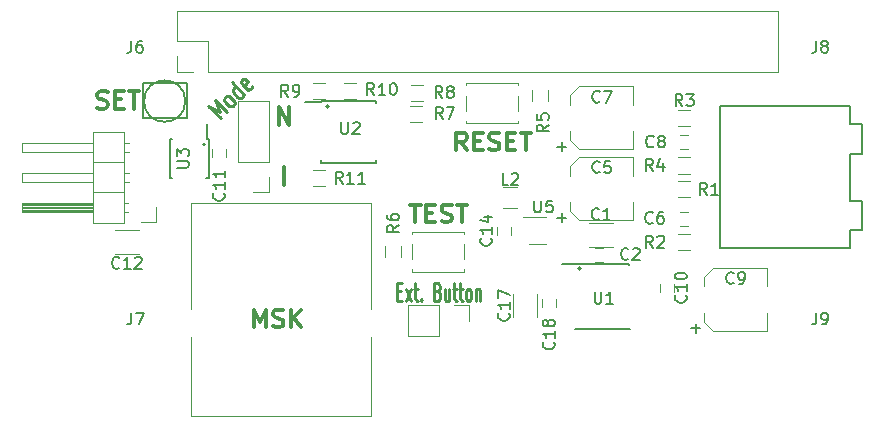
<source format=gto>
G04 #@! TF.FileFunction,Legend,Top*
%FSLAX46Y46*%
G04 Gerber Fmt 4.6, Leading zero omitted, Abs format (unit mm)*
G04 Created by KiCad (PCBNEW 4.0.7) date Tue Mar 13 19:37:47 2018*
%MOMM*%
%LPD*%
G01*
G04 APERTURE LIST*
%ADD10C,0.025400*%
%ADD11C,0.285750*%
%ADD12C,0.300000*%
%ADD13C,0.200000*%
%ADD14C,0.222250*%
%ADD15C,0.150000*%
%ADD16C,0.120000*%
G04 APERTURE END LIST*
D10*
D11*
X110247964Y-102515581D02*
X109187304Y-101454920D01*
X110214326Y-101943127D01*
X109726119Y-100916105D01*
X110786779Y-101976765D01*
X111287108Y-101476436D02*
X111159627Y-101502903D01*
X111070632Y-101490882D01*
X110931130Y-101428354D01*
X110628085Y-101125308D01*
X110565557Y-100985806D01*
X110553535Y-100896812D01*
X110580001Y-100769329D01*
X110695461Y-100653870D01*
X110822943Y-100627404D01*
X110911938Y-100639425D01*
X111051440Y-100701953D01*
X111354485Y-101004998D01*
X111417013Y-101144501D01*
X111429034Y-101233496D01*
X111402568Y-101360976D01*
X111287108Y-101476436D01*
X112249278Y-100514266D02*
X111188618Y-99453606D01*
X112198771Y-100463759D02*
X112172305Y-100591240D01*
X112018358Y-100745187D01*
X111890876Y-100771654D01*
X111801882Y-100759632D01*
X111662380Y-100697104D01*
X111359334Y-100394059D01*
X111296806Y-100254556D01*
X111284785Y-100165562D01*
X111311251Y-100038080D01*
X111465198Y-99884133D01*
X111592679Y-99857667D01*
X112891533Y-99770997D02*
X112865067Y-99898477D01*
X112711120Y-100052424D01*
X112583639Y-100078891D01*
X112444137Y-100016363D01*
X112040076Y-99612301D01*
X111977548Y-99472799D01*
X112004013Y-99345318D01*
X112157960Y-99191370D01*
X112285442Y-99164905D01*
X112424944Y-99227433D01*
X112525959Y-99328448D01*
X112242106Y-99814332D01*
D12*
X115636380Y-108123691D02*
X115636380Y-106623691D01*
X115182409Y-103069091D02*
X115182409Y-101569091D01*
X116039552Y-103069091D01*
X116039552Y-101569091D01*
D13*
X108909502Y-104727320D02*
G75*
G03X108909502Y-104727320I-80322J0D01*
G01*
D12*
X113048295Y-120193691D02*
X113048295Y-118693691D01*
X113548295Y-119765120D01*
X114048295Y-118693691D01*
X114048295Y-120193691D01*
X114691152Y-120122263D02*
X114905438Y-120193691D01*
X115262581Y-120193691D01*
X115405438Y-120122263D01*
X115476867Y-120050834D01*
X115548295Y-119907977D01*
X115548295Y-119765120D01*
X115476867Y-119622263D01*
X115405438Y-119550834D01*
X115262581Y-119479406D01*
X114976867Y-119407977D01*
X114834009Y-119336549D01*
X114762581Y-119265120D01*
X114691152Y-119122263D01*
X114691152Y-118979406D01*
X114762581Y-118836549D01*
X114834009Y-118765120D01*
X114976867Y-118693691D01*
X115334009Y-118693691D01*
X115548295Y-118765120D01*
X116191152Y-120193691D02*
X116191152Y-118693691D01*
X117048295Y-120193691D02*
X116405438Y-119336549D01*
X117048295Y-118693691D02*
X116191152Y-119550834D01*
X99810009Y-101622263D02*
X100024295Y-101693691D01*
X100381438Y-101693691D01*
X100524295Y-101622263D01*
X100595724Y-101550834D01*
X100667152Y-101407977D01*
X100667152Y-101265120D01*
X100595724Y-101122263D01*
X100524295Y-101050834D01*
X100381438Y-100979406D01*
X100095724Y-100907977D01*
X99952866Y-100836549D01*
X99881438Y-100765120D01*
X99810009Y-100622263D01*
X99810009Y-100479406D01*
X99881438Y-100336549D01*
X99952866Y-100265120D01*
X100095724Y-100193691D01*
X100452866Y-100193691D01*
X100667152Y-100265120D01*
X101310009Y-100907977D02*
X101810009Y-100907977D01*
X102024295Y-101693691D02*
X101310009Y-101693691D01*
X101310009Y-100193691D01*
X102024295Y-100193691D01*
X102452866Y-100193691D02*
X103310009Y-100193691D01*
X102881438Y-101693691D02*
X102881438Y-100193691D01*
D13*
X140762180Y-115197320D02*
G75*
G03X140762180Y-115197320I-127000J0D01*
G01*
X119426180Y-101481320D02*
G75*
G03X119426180Y-101481320I-127000J0D01*
G01*
D14*
X125203715Y-117167777D02*
X125500048Y-117167777D01*
X125627048Y-117953491D02*
X125203715Y-117953491D01*
X125203715Y-116453491D01*
X125627048Y-116453491D01*
X125923381Y-117953491D02*
X126389048Y-116953491D01*
X125923381Y-116953491D02*
X126389048Y-117953491D01*
X126600715Y-116953491D02*
X126939381Y-116953491D01*
X126727715Y-116453491D02*
X126727715Y-117739206D01*
X126770048Y-117882063D01*
X126854715Y-117953491D01*
X126939381Y-117953491D01*
X127235715Y-117810634D02*
X127278048Y-117882063D01*
X127235715Y-117953491D01*
X127193381Y-117882063D01*
X127235715Y-117810634D01*
X127235715Y-117953491D01*
X128632714Y-117167777D02*
X128759714Y-117239206D01*
X128802047Y-117310634D01*
X128844381Y-117453491D01*
X128844381Y-117667777D01*
X128802047Y-117810634D01*
X128759714Y-117882063D01*
X128675047Y-117953491D01*
X128336381Y-117953491D01*
X128336381Y-116453491D01*
X128632714Y-116453491D01*
X128717381Y-116524920D01*
X128759714Y-116596349D01*
X128802047Y-116739206D01*
X128802047Y-116882063D01*
X128759714Y-117024920D01*
X128717381Y-117096349D01*
X128632714Y-117167777D01*
X128336381Y-117167777D01*
X129606381Y-116953491D02*
X129606381Y-117953491D01*
X129225381Y-116953491D02*
X129225381Y-117739206D01*
X129267714Y-117882063D01*
X129352381Y-117953491D01*
X129479381Y-117953491D01*
X129564047Y-117882063D01*
X129606381Y-117810634D01*
X129902714Y-116953491D02*
X130241380Y-116953491D01*
X130029714Y-116453491D02*
X130029714Y-117739206D01*
X130072047Y-117882063D01*
X130156714Y-117953491D01*
X130241380Y-117953491D01*
X130410714Y-116953491D02*
X130749380Y-116953491D01*
X130537714Y-116453491D02*
X130537714Y-117739206D01*
X130580047Y-117882063D01*
X130664714Y-117953491D01*
X130749380Y-117953491D01*
X131172714Y-117953491D02*
X131088047Y-117882063D01*
X131045714Y-117810634D01*
X131003380Y-117667777D01*
X131003380Y-117239206D01*
X131045714Y-117096349D01*
X131088047Y-117024920D01*
X131172714Y-116953491D01*
X131299714Y-116953491D01*
X131384380Y-117024920D01*
X131426714Y-117096349D01*
X131469047Y-117239206D01*
X131469047Y-117667777D01*
X131426714Y-117810634D01*
X131384380Y-117882063D01*
X131299714Y-117953491D01*
X131172714Y-117953491D01*
X131850047Y-116953491D02*
X131850047Y-117953491D01*
X131850047Y-117096349D02*
X131892380Y-117024920D01*
X131977047Y-116953491D01*
X132104047Y-116953491D01*
X132188713Y-117024920D01*
X132231047Y-117167777D01*
X132231047Y-117953491D01*
D12*
X126304323Y-109803891D02*
X127161466Y-109803891D01*
X126732895Y-111303891D02*
X126732895Y-109803891D01*
X127661466Y-110518177D02*
X128161466Y-110518177D01*
X128375752Y-111303891D02*
X127661466Y-111303891D01*
X127661466Y-109803891D01*
X128375752Y-109803891D01*
X128947180Y-111232463D02*
X129161466Y-111303891D01*
X129518609Y-111303891D01*
X129661466Y-111232463D01*
X129732895Y-111161034D01*
X129804323Y-111018177D01*
X129804323Y-110875320D01*
X129732895Y-110732463D01*
X129661466Y-110661034D01*
X129518609Y-110589606D01*
X129232895Y-110518177D01*
X129090037Y-110446749D01*
X129018609Y-110375320D01*
X128947180Y-110232463D01*
X128947180Y-110089606D01*
X129018609Y-109946749D01*
X129090037Y-109875320D01*
X129232895Y-109803891D01*
X129590037Y-109803891D01*
X129804323Y-109875320D01*
X130232894Y-109803891D02*
X131090037Y-109803891D01*
X130661466Y-111303891D02*
X130661466Y-109803891D01*
X131060009Y-105207891D02*
X130560009Y-104493606D01*
X130202866Y-105207891D02*
X130202866Y-103707891D01*
X130774294Y-103707891D01*
X130917152Y-103779320D01*
X130988580Y-103850749D01*
X131060009Y-103993606D01*
X131060009Y-104207891D01*
X130988580Y-104350749D01*
X130917152Y-104422177D01*
X130774294Y-104493606D01*
X130202866Y-104493606D01*
X131702866Y-104422177D02*
X132202866Y-104422177D01*
X132417152Y-105207891D02*
X131702866Y-105207891D01*
X131702866Y-103707891D01*
X132417152Y-103707891D01*
X132988580Y-105136463D02*
X133202866Y-105207891D01*
X133560009Y-105207891D01*
X133702866Y-105136463D01*
X133774295Y-105065034D01*
X133845723Y-104922177D01*
X133845723Y-104779320D01*
X133774295Y-104636463D01*
X133702866Y-104565034D01*
X133560009Y-104493606D01*
X133274295Y-104422177D01*
X133131437Y-104350749D01*
X133060009Y-104279320D01*
X132988580Y-104136463D01*
X132988580Y-103993606D01*
X133060009Y-103850749D01*
X133131437Y-103779320D01*
X133274295Y-103707891D01*
X133631437Y-103707891D01*
X133845723Y-103779320D01*
X134488580Y-104422177D02*
X134988580Y-104422177D01*
X135202866Y-105207891D02*
X134488580Y-105207891D01*
X134488580Y-103707891D01*
X135202866Y-103707891D01*
X135631437Y-103707891D02*
X136488580Y-103707891D01*
X136060009Y-105207891D02*
X136060009Y-103707891D01*
D15*
X109259580Y-104246120D02*
X109084580Y-104246120D01*
X109259580Y-107596120D02*
X109009580Y-107596120D01*
X105909580Y-107596120D02*
X106159580Y-107596120D01*
X105909580Y-104246120D02*
X106159580Y-104246120D01*
X109259580Y-104246120D02*
X109259580Y-107596120D01*
X105909580Y-104246120D02*
X105909580Y-107596120D01*
X109084580Y-104246120D02*
X109084580Y-102996120D01*
D16*
X156513180Y-115174320D02*
X156513180Y-116724320D01*
X156513180Y-120504320D02*
X156513180Y-118954320D01*
X151173180Y-119744320D02*
X151173180Y-118954320D01*
X151173180Y-115934320D02*
X151173180Y-116724320D01*
X156513180Y-115174320D02*
X151933180Y-115174320D01*
X151933180Y-115174320D02*
X151173180Y-115934320D01*
X151173180Y-119744320D02*
X151933180Y-120504320D01*
X151933180Y-120504320D02*
X156513180Y-120504320D01*
X137052580Y-119367120D02*
X137052580Y-117367120D01*
X135012580Y-117367120D02*
X135012580Y-119367120D01*
D15*
X163500000Y-112000000D02*
X164000000Y-112000000D01*
X163500000Y-113500000D02*
X163500000Y-112000000D01*
X152500000Y-101500000D02*
X152500000Y-105500000D01*
X153000000Y-101500000D02*
X152500000Y-101500000D01*
X152500000Y-113500000D02*
X153000000Y-113500000D01*
X152500000Y-105500000D02*
X152500000Y-113500000D01*
X163500000Y-103000000D02*
X164500000Y-103000000D01*
X163500000Y-101500000D02*
X163500000Y-103000000D01*
X164000000Y-112000000D02*
X164500000Y-112000000D01*
X164500000Y-105500000D02*
X164500000Y-103000000D01*
X164500000Y-109500000D02*
X164500000Y-112000000D01*
X163500000Y-109500000D02*
X164500000Y-109500000D01*
X163500000Y-105500000D02*
X163500000Y-109500000D01*
X164500000Y-105500000D02*
X163500000Y-105500000D01*
X153000000Y-113500000D02*
X163500000Y-113500000D01*
X163500000Y-101500000D02*
X153000000Y-101500000D01*
D16*
X142636180Y-114654320D02*
X141936180Y-114654320D01*
X141936180Y-113454320D02*
X142636180Y-113454320D01*
X145170000Y-105810000D02*
X145170000Y-107360000D01*
X145170000Y-111140000D02*
X145170000Y-109590000D01*
X139830000Y-110380000D02*
X139830000Y-109590000D01*
X139830000Y-106570000D02*
X139830000Y-107360000D01*
X145170000Y-105810000D02*
X140590000Y-105810000D01*
X140590000Y-105810000D02*
X139830000Y-106570000D01*
X139830000Y-110380000D02*
X140590000Y-111140000D01*
X140590000Y-111140000D02*
X145170000Y-111140000D01*
X145170000Y-99810000D02*
X145170000Y-101360000D01*
X145170000Y-105140000D02*
X145170000Y-103590000D01*
X139830000Y-104380000D02*
X139830000Y-103590000D01*
X139830000Y-100570000D02*
X139830000Y-101360000D01*
X145170000Y-99810000D02*
X140590000Y-99810000D01*
X140590000Y-99810000D02*
X139830000Y-100570000D01*
X139830000Y-104380000D02*
X140590000Y-105140000D01*
X140590000Y-105140000D02*
X145170000Y-105140000D01*
X110724580Y-105063120D02*
X110724580Y-105763120D01*
X109524580Y-105763120D02*
X109524580Y-105063120D01*
X107750000Y-127720000D02*
X122990000Y-127720000D01*
X122990000Y-109690000D02*
X122980000Y-118680000D01*
X122990000Y-109690000D02*
X107750000Y-109690000D01*
X107750000Y-109690000D02*
X107750000Y-118690000D01*
X122980000Y-121020000D02*
X122990000Y-127720000D01*
X107750000Y-121010000D02*
X107750000Y-127720000D01*
X102060000Y-111370000D02*
X102060000Y-103630000D01*
X102060000Y-103630000D02*
X99400000Y-103630000D01*
X99400000Y-103630000D02*
X99400000Y-111370000D01*
X99400000Y-111370000D02*
X102060000Y-111370000D01*
X99400000Y-110420000D02*
X93400000Y-110420000D01*
X93400000Y-110420000D02*
X93400000Y-109660000D01*
X93400000Y-109660000D02*
X99400000Y-109660000D01*
X99400000Y-110360000D02*
X93400000Y-110360000D01*
X99400000Y-110240000D02*
X93400000Y-110240000D01*
X99400000Y-110120000D02*
X93400000Y-110120000D01*
X99400000Y-110000000D02*
X93400000Y-110000000D01*
X99400000Y-109880000D02*
X93400000Y-109880000D01*
X99400000Y-109760000D02*
X93400000Y-109760000D01*
X102390000Y-110420000D02*
X102060000Y-110420000D01*
X102390000Y-109660000D02*
X102060000Y-109660000D01*
X102060000Y-108770000D02*
X99400000Y-108770000D01*
X99400000Y-107880000D02*
X93400000Y-107880000D01*
X93400000Y-107880000D02*
X93400000Y-107120000D01*
X93400000Y-107120000D02*
X99400000Y-107120000D01*
X102457071Y-107880000D02*
X102060000Y-107880000D01*
X102457071Y-107120000D02*
X102060000Y-107120000D01*
X102060000Y-106230000D02*
X99400000Y-106230000D01*
X99400000Y-105340000D02*
X93400000Y-105340000D01*
X93400000Y-105340000D02*
X93400000Y-104580000D01*
X93400000Y-104580000D02*
X99400000Y-104580000D01*
X102457071Y-105340000D02*
X102060000Y-105340000D01*
X102457071Y-104580000D02*
X102060000Y-104580000D01*
X104770000Y-110040000D02*
X104770000Y-111310000D01*
X104770000Y-111310000D02*
X103500000Y-111310000D01*
X135362580Y-110103120D02*
X134162580Y-110103120D01*
X134162580Y-108343120D02*
X135362580Y-108343120D01*
X149000000Y-107820000D02*
X150000000Y-107820000D01*
X150000000Y-109180000D02*
X149000000Y-109180000D01*
X149000000Y-112320000D02*
X150000000Y-112320000D01*
X150000000Y-113680000D02*
X149000000Y-113680000D01*
X149000000Y-101820000D02*
X150000000Y-101820000D01*
X150000000Y-103180000D02*
X149000000Y-103180000D01*
X149000000Y-105820000D02*
X150000000Y-105820000D01*
X150000000Y-107180000D02*
X149000000Y-107180000D01*
X126292180Y-101436320D02*
X127292180Y-101436320D01*
X127292180Y-102796320D02*
X126292180Y-102796320D01*
X118037180Y-99531320D02*
X119037180Y-99531320D01*
X119037180Y-100891320D02*
X118037180Y-100891320D01*
X120704180Y-99531320D02*
X121704180Y-99531320D01*
X121704180Y-100891320D02*
X120704180Y-100891320D01*
X119037180Y-108257320D02*
X118037180Y-108257320D01*
X118037180Y-106897320D02*
X119037180Y-106897320D01*
D15*
X103625000Y-99500000D02*
X107375000Y-99500000D01*
X103625000Y-102500000D02*
X103625000Y-99500000D01*
X107375000Y-102500000D02*
X103625000Y-102500000D01*
X107375000Y-99500000D02*
X107375000Y-102500000D01*
X107250000Y-101050000D02*
G75*
G03X107250000Y-101050000I-1750000J0D01*
G01*
X144840180Y-114810320D02*
X144840180Y-114910320D01*
X144865180Y-120335320D02*
X144865180Y-120310320D01*
X140215180Y-120335320D02*
X140215180Y-120310320D01*
X139140180Y-114810320D02*
X144840180Y-114810320D01*
X140215180Y-120335320D02*
X144865180Y-120335320D01*
D16*
X157460000Y-98600000D02*
X157460000Y-93400000D01*
X109140000Y-98600000D02*
X157460000Y-98600000D01*
X106540000Y-93400000D02*
X157460000Y-93400000D01*
X109140000Y-98600000D02*
X109140000Y-96000000D01*
X109140000Y-96000000D02*
X106540000Y-96000000D01*
X106540000Y-96000000D02*
X106540000Y-93400000D01*
X107870000Y-98600000D02*
X106540000Y-98600000D01*
X106540000Y-98600000D02*
X106540000Y-97270000D01*
X126097180Y-118312320D02*
X126097180Y-120972320D01*
X128697180Y-118312320D02*
X126097180Y-118312320D01*
X128697180Y-120972320D02*
X126097180Y-120972320D01*
X128697180Y-118312320D02*
X128697180Y-120972320D01*
X129967180Y-118312320D02*
X131297180Y-118312320D01*
X131297180Y-118312320D02*
X131297180Y-119642320D01*
X137982580Y-100075120D02*
X137982580Y-101075120D01*
X136622580Y-101075120D02*
X136622580Y-100075120D01*
X125536580Y-113283120D02*
X125536580Y-114283120D01*
X124176580Y-114283120D02*
X124176580Y-113283120D01*
D15*
X118752180Y-101015320D02*
X118752180Y-101140320D01*
X123402180Y-101015320D02*
X123402180Y-101240320D01*
X123402180Y-106265320D02*
X123402180Y-106040320D01*
X118752180Y-106265320D02*
X118752180Y-106040320D01*
X118752180Y-101015320D02*
X123402180Y-101015320D01*
X118752180Y-106265320D02*
X123402180Y-106265320D01*
X118752180Y-101140320D02*
X117402180Y-101140320D01*
D16*
X126466580Y-115295120D02*
X126466580Y-115495120D01*
X126466580Y-113145120D02*
X126466580Y-114445120D01*
X126466580Y-112095120D02*
X126466580Y-112295120D01*
X130866580Y-112095120D02*
X126466580Y-112095120D01*
X130866580Y-112295120D02*
X130866580Y-112095120D01*
X130866580Y-114445120D02*
X130866580Y-113145120D01*
X130866580Y-115495120D02*
X130866580Y-115295120D01*
X126466580Y-115495120D02*
X130866580Y-115495120D01*
X135438580Y-99727320D02*
X135438580Y-99527320D01*
X135438580Y-101877320D02*
X135438580Y-100577320D01*
X135438580Y-102927320D02*
X135438580Y-102727320D01*
X131038580Y-102927320D02*
X135438580Y-102927320D01*
X131038580Y-102727320D02*
X131038580Y-102927320D01*
X131038580Y-100577320D02*
X131038580Y-101877320D01*
X131038580Y-99527320D02*
X131038580Y-99727320D01*
X135438580Y-99527320D02*
X131038580Y-99527320D01*
X134854580Y-111667120D02*
X134854580Y-112367120D01*
X133654580Y-112367120D02*
X133654580Y-111667120D01*
X137464580Y-118463120D02*
X137464580Y-117763120D01*
X138664580Y-117763120D02*
X138664580Y-118463120D01*
X114342580Y-101035120D02*
X111682580Y-101035120D01*
X114342580Y-106175120D02*
X114342580Y-101035120D01*
X111682580Y-106175120D02*
X111682580Y-101035120D01*
X114342580Y-106175120D02*
X111682580Y-106175120D01*
X114342580Y-107445120D02*
X114342580Y-108775120D01*
X114342580Y-108775120D02*
X113012580Y-108775120D01*
X127388580Y-101013120D02*
X126388580Y-101013120D01*
X126388580Y-99653120D02*
X127388580Y-99653120D01*
X137748580Y-110857120D02*
X135848580Y-110857120D01*
X136348580Y-113177120D02*
X137748580Y-113177120D01*
X143437180Y-111383320D02*
X141437180Y-111383320D01*
X141437180Y-113423320D02*
X143437180Y-113423320D01*
X103301380Y-111962320D02*
X101301380Y-111962320D01*
X101301380Y-114002320D02*
X103301380Y-114002320D01*
X149850000Y-111600000D02*
X149150000Y-111600000D01*
X149150000Y-110400000D02*
X149850000Y-110400000D01*
X149850000Y-105100000D02*
X149150000Y-105100000D01*
X149150000Y-103900000D02*
X149850000Y-103900000D01*
X148601180Y-116510320D02*
X148601180Y-117210320D01*
X147401180Y-117210320D02*
X147401180Y-116510320D01*
D15*
X106528961Y-106683025D02*
X107338485Y-106683025D01*
X107433723Y-106635406D01*
X107481342Y-106587787D01*
X107528961Y-106492549D01*
X107528961Y-106302072D01*
X107481342Y-106206834D01*
X107433723Y-106159215D01*
X107338485Y-106111596D01*
X106528961Y-106111596D01*
X106528961Y-105730644D02*
X106528961Y-105111596D01*
X106909913Y-105444930D01*
X106909913Y-105302072D01*
X106957532Y-105206834D01*
X107005151Y-105159215D01*
X107100390Y-105111596D01*
X107338485Y-105111596D01*
X107433723Y-105159215D01*
X107481342Y-105206834D01*
X107528961Y-105302072D01*
X107528961Y-105587787D01*
X107481342Y-105683025D01*
X107433723Y-105730644D01*
X153676514Y-116443463D02*
X153628895Y-116491082D01*
X153486038Y-116538701D01*
X153390800Y-116538701D01*
X153247942Y-116491082D01*
X153152704Y-116395844D01*
X153105085Y-116300606D01*
X153057466Y-116110130D01*
X153057466Y-115967272D01*
X153105085Y-115776796D01*
X153152704Y-115681558D01*
X153247942Y-115586320D01*
X153390800Y-115538701D01*
X153486038Y-115538701D01*
X153628895Y-115586320D01*
X153676514Y-115633939D01*
X154152704Y-116538701D02*
X154343180Y-116538701D01*
X154438419Y-116491082D01*
X154486038Y-116443463D01*
X154581276Y-116300606D01*
X154628895Y-116110130D01*
X154628895Y-115729177D01*
X154581276Y-115633939D01*
X154533657Y-115586320D01*
X154438419Y-115538701D01*
X154247942Y-115538701D01*
X154152704Y-115586320D01*
X154105085Y-115633939D01*
X154057466Y-115729177D01*
X154057466Y-115967272D01*
X154105085Y-116062510D01*
X154152704Y-116110130D01*
X154247942Y-116157749D01*
X154438419Y-116157749D01*
X154533657Y-116110130D01*
X154581276Y-116062510D01*
X154628895Y-115967272D01*
X150082228Y-120275749D02*
X150844133Y-120275749D01*
X150463181Y-120656701D02*
X150463181Y-119894796D01*
X134611723Y-119009977D02*
X134659342Y-119057596D01*
X134706961Y-119200453D01*
X134706961Y-119295691D01*
X134659342Y-119438549D01*
X134564104Y-119533787D01*
X134468866Y-119581406D01*
X134278390Y-119629025D01*
X134135532Y-119629025D01*
X133945056Y-119581406D01*
X133849818Y-119533787D01*
X133754580Y-119438549D01*
X133706961Y-119295691D01*
X133706961Y-119200453D01*
X133754580Y-119057596D01*
X133802199Y-119009977D01*
X134706961Y-118057596D02*
X134706961Y-118629025D01*
X134706961Y-118343311D02*
X133706961Y-118343311D01*
X133849818Y-118438549D01*
X133945056Y-118533787D01*
X133992675Y-118629025D01*
X133706961Y-117724263D02*
X133706961Y-117057596D01*
X134706961Y-117486168D01*
X144755914Y-114406263D02*
X144708295Y-114453882D01*
X144565438Y-114501501D01*
X144470200Y-114501501D01*
X144327342Y-114453882D01*
X144232104Y-114358644D01*
X144184485Y-114263406D01*
X144136866Y-114072930D01*
X144136866Y-113930072D01*
X144184485Y-113739596D01*
X144232104Y-113644358D01*
X144327342Y-113549120D01*
X144470200Y-113501501D01*
X144565438Y-113501501D01*
X144708295Y-113549120D01*
X144755914Y-113596739D01*
X145136866Y-113596739D02*
X145184485Y-113549120D01*
X145279723Y-113501501D01*
X145517819Y-113501501D01*
X145613057Y-113549120D01*
X145660676Y-113596739D01*
X145708295Y-113691977D01*
X145708295Y-113787215D01*
X145660676Y-113930072D01*
X145089247Y-114501501D01*
X145708295Y-114501501D01*
X142333334Y-107045463D02*
X142285715Y-107093082D01*
X142142858Y-107140701D01*
X142047620Y-107140701D01*
X141904762Y-107093082D01*
X141809524Y-106997844D01*
X141761905Y-106902606D01*
X141714286Y-106712130D01*
X141714286Y-106569272D01*
X141761905Y-106378796D01*
X141809524Y-106283558D01*
X141904762Y-106188320D01*
X142047620Y-106140701D01*
X142142858Y-106140701D01*
X142285715Y-106188320D01*
X142333334Y-106235939D01*
X143238096Y-106140701D02*
X142761905Y-106140701D01*
X142714286Y-106616891D01*
X142761905Y-106569272D01*
X142857143Y-106521653D01*
X143095239Y-106521653D01*
X143190477Y-106569272D01*
X143238096Y-106616891D01*
X143285715Y-106712130D01*
X143285715Y-106950225D01*
X143238096Y-107045463D01*
X143190477Y-107093082D01*
X143095239Y-107140701D01*
X142857143Y-107140701D01*
X142761905Y-107093082D01*
X142714286Y-107045463D01*
X138739048Y-110911429D02*
X139500953Y-110911429D01*
X139120001Y-111292381D02*
X139120001Y-110530476D01*
X142333334Y-101076463D02*
X142285715Y-101124082D01*
X142142858Y-101171701D01*
X142047620Y-101171701D01*
X141904762Y-101124082D01*
X141809524Y-101028844D01*
X141761905Y-100933606D01*
X141714286Y-100743130D01*
X141714286Y-100600272D01*
X141761905Y-100409796D01*
X141809524Y-100314558D01*
X141904762Y-100219320D01*
X142047620Y-100171701D01*
X142142858Y-100171701D01*
X142285715Y-100219320D01*
X142333334Y-100266939D01*
X142666667Y-100171701D02*
X143333334Y-100171701D01*
X142904762Y-101171701D01*
X138739048Y-104911429D02*
X139500953Y-104911429D01*
X139120001Y-105292381D02*
X139120001Y-104530476D01*
X110481723Y-108849977D02*
X110529342Y-108897596D01*
X110576961Y-109040453D01*
X110576961Y-109135691D01*
X110529342Y-109278549D01*
X110434104Y-109373787D01*
X110338866Y-109421406D01*
X110148390Y-109469025D01*
X110005532Y-109469025D01*
X109815056Y-109421406D01*
X109719818Y-109373787D01*
X109624580Y-109278549D01*
X109576961Y-109135691D01*
X109576961Y-109040453D01*
X109624580Y-108897596D01*
X109672199Y-108849977D01*
X110576961Y-107897596D02*
X110576961Y-108469025D01*
X110576961Y-108183311D02*
X109576961Y-108183311D01*
X109719818Y-108278549D01*
X109815056Y-108373787D01*
X109862675Y-108469025D01*
X110576961Y-106945215D02*
X110576961Y-107516644D01*
X110576961Y-107230930D02*
X109576961Y-107230930D01*
X109719818Y-107326168D01*
X109815056Y-107421406D01*
X109862675Y-107516644D01*
X134595914Y-108151501D02*
X134119723Y-108151501D01*
X134119723Y-107151501D01*
X134881628Y-107246739D02*
X134929247Y-107199120D01*
X135024485Y-107151501D01*
X135262581Y-107151501D01*
X135357819Y-107199120D01*
X135405438Y-107246739D01*
X135453057Y-107341977D01*
X135453057Y-107437215D01*
X135405438Y-107580072D01*
X134834009Y-108151501D01*
X135453057Y-108151501D01*
X151410714Y-108967501D02*
X151077380Y-108491310D01*
X150839285Y-108967501D02*
X150839285Y-107967501D01*
X151220238Y-107967501D01*
X151315476Y-108015120D01*
X151363095Y-108062739D01*
X151410714Y-108157977D01*
X151410714Y-108300834D01*
X151363095Y-108396072D01*
X151315476Y-108443691D01*
X151220238Y-108491310D01*
X150839285Y-108491310D01*
X152363095Y-108967501D02*
X151791666Y-108967501D01*
X152077380Y-108967501D02*
X152077380Y-107967501D01*
X151982142Y-108110358D01*
X151886904Y-108205596D01*
X151791666Y-108253215D01*
X146833334Y-113452381D02*
X146500000Y-112976190D01*
X146261905Y-113452381D02*
X146261905Y-112452381D01*
X146642858Y-112452381D01*
X146738096Y-112500000D01*
X146785715Y-112547619D01*
X146833334Y-112642857D01*
X146833334Y-112785714D01*
X146785715Y-112880952D01*
X146738096Y-112928571D01*
X146642858Y-112976190D01*
X146261905Y-112976190D01*
X147214286Y-112547619D02*
X147261905Y-112500000D01*
X147357143Y-112452381D01*
X147595239Y-112452381D01*
X147690477Y-112500000D01*
X147738096Y-112547619D01*
X147785715Y-112642857D01*
X147785715Y-112738095D01*
X147738096Y-112880952D01*
X147166667Y-113452381D01*
X147785715Y-113452381D01*
X149333334Y-101452381D02*
X149000000Y-100976190D01*
X148761905Y-101452381D02*
X148761905Y-100452381D01*
X149142858Y-100452381D01*
X149238096Y-100500000D01*
X149285715Y-100547619D01*
X149333334Y-100642857D01*
X149333334Y-100785714D01*
X149285715Y-100880952D01*
X149238096Y-100928571D01*
X149142858Y-100976190D01*
X148761905Y-100976190D01*
X149666667Y-100452381D02*
X150285715Y-100452381D01*
X149952381Y-100833333D01*
X150095239Y-100833333D01*
X150190477Y-100880952D01*
X150238096Y-100928571D01*
X150285715Y-101023810D01*
X150285715Y-101261905D01*
X150238096Y-101357143D01*
X150190477Y-101404762D01*
X150095239Y-101452381D01*
X149809524Y-101452381D01*
X149714286Y-101404762D01*
X149666667Y-101357143D01*
X146833334Y-106952381D02*
X146500000Y-106476190D01*
X146261905Y-106952381D02*
X146261905Y-105952381D01*
X146642858Y-105952381D01*
X146738096Y-106000000D01*
X146785715Y-106047619D01*
X146833334Y-106142857D01*
X146833334Y-106285714D01*
X146785715Y-106380952D01*
X146738096Y-106428571D01*
X146642858Y-106476190D01*
X146261905Y-106476190D01*
X147690477Y-106285714D02*
X147690477Y-106952381D01*
X147452381Y-105904762D02*
X147214286Y-106619048D01*
X147833334Y-106619048D01*
X129038514Y-102568701D02*
X128705180Y-102092510D01*
X128467085Y-102568701D02*
X128467085Y-101568701D01*
X128848038Y-101568701D01*
X128943276Y-101616320D01*
X128990895Y-101663939D01*
X129038514Y-101759177D01*
X129038514Y-101902034D01*
X128990895Y-101997272D01*
X128943276Y-102044891D01*
X128848038Y-102092510D01*
X128467085Y-102092510D01*
X129371847Y-101568701D02*
X130038514Y-101568701D01*
X129609942Y-102568701D01*
X115957514Y-100663701D02*
X115624180Y-100187510D01*
X115386085Y-100663701D02*
X115386085Y-99663701D01*
X115767038Y-99663701D01*
X115862276Y-99711320D01*
X115909895Y-99758939D01*
X115957514Y-99854177D01*
X115957514Y-99997034D01*
X115909895Y-100092272D01*
X115862276Y-100139891D01*
X115767038Y-100187510D01*
X115386085Y-100187510D01*
X116433704Y-100663701D02*
X116624180Y-100663701D01*
X116719419Y-100616082D01*
X116767038Y-100568463D01*
X116862276Y-100425606D01*
X116909895Y-100235130D01*
X116909895Y-99854177D01*
X116862276Y-99758939D01*
X116814657Y-99711320D01*
X116719419Y-99663701D01*
X116528942Y-99663701D01*
X116433704Y-99711320D01*
X116386085Y-99758939D01*
X116338466Y-99854177D01*
X116338466Y-100092272D01*
X116386085Y-100187510D01*
X116433704Y-100235130D01*
X116528942Y-100282749D01*
X116719419Y-100282749D01*
X116814657Y-100235130D01*
X116862276Y-100187510D01*
X116909895Y-100092272D01*
X123228323Y-100536701D02*
X122894989Y-100060510D01*
X122656894Y-100536701D02*
X122656894Y-99536701D01*
X123037847Y-99536701D01*
X123133085Y-99584320D01*
X123180704Y-99631939D01*
X123228323Y-99727177D01*
X123228323Y-99870034D01*
X123180704Y-99965272D01*
X123133085Y-100012891D01*
X123037847Y-100060510D01*
X122656894Y-100060510D01*
X124180704Y-100536701D02*
X123609275Y-100536701D01*
X123894989Y-100536701D02*
X123894989Y-99536701D01*
X123799751Y-99679558D01*
X123704513Y-99774796D01*
X123609275Y-99822415D01*
X124799751Y-99536701D02*
X124894990Y-99536701D01*
X124990228Y-99584320D01*
X125037847Y-99631939D01*
X125085466Y-99727177D01*
X125133085Y-99917653D01*
X125133085Y-100155749D01*
X125085466Y-100346225D01*
X125037847Y-100441463D01*
X124990228Y-100489082D01*
X124894990Y-100536701D01*
X124799751Y-100536701D01*
X124704513Y-100489082D01*
X124656894Y-100441463D01*
X124609275Y-100346225D01*
X124561656Y-100155749D01*
X124561656Y-99917653D01*
X124609275Y-99727177D01*
X124656894Y-99631939D01*
X124704513Y-99584320D01*
X124799751Y-99536701D01*
X120561323Y-108029701D02*
X120227989Y-107553510D01*
X119989894Y-108029701D02*
X119989894Y-107029701D01*
X120370847Y-107029701D01*
X120466085Y-107077320D01*
X120513704Y-107124939D01*
X120561323Y-107220177D01*
X120561323Y-107363034D01*
X120513704Y-107458272D01*
X120466085Y-107505891D01*
X120370847Y-107553510D01*
X119989894Y-107553510D01*
X121513704Y-108029701D02*
X120942275Y-108029701D01*
X121227989Y-108029701D02*
X121227989Y-107029701D01*
X121132751Y-107172558D01*
X121037513Y-107267796D01*
X120942275Y-107315415D01*
X122466085Y-108029701D02*
X121894656Y-108029701D01*
X122180370Y-108029701D02*
X122180370Y-107029701D01*
X122085132Y-107172558D01*
X121989894Y-107267796D01*
X121894656Y-107315415D01*
X141905275Y-117189701D02*
X141905275Y-117999225D01*
X141952894Y-118094463D01*
X142000513Y-118142082D01*
X142095751Y-118189701D01*
X142286228Y-118189701D01*
X142381466Y-118142082D01*
X142429085Y-118094463D01*
X142476704Y-117999225D01*
X142476704Y-117189701D01*
X143476704Y-118189701D02*
X142905275Y-118189701D01*
X143190989Y-118189701D02*
X143190989Y-117189701D01*
X143095751Y-117332558D01*
X143000513Y-117427796D01*
X142905275Y-117475415D01*
X138008961Y-103039786D02*
X137532770Y-103373120D01*
X138008961Y-103611215D02*
X137008961Y-103611215D01*
X137008961Y-103230262D01*
X137056580Y-103135024D01*
X137104199Y-103087405D01*
X137199437Y-103039786D01*
X137342294Y-103039786D01*
X137437532Y-103087405D01*
X137485151Y-103135024D01*
X137532770Y-103230262D01*
X137532770Y-103611215D01*
X137008961Y-102135024D02*
X137008961Y-102611215D01*
X137485151Y-102658834D01*
X137437532Y-102611215D01*
X137389913Y-102515977D01*
X137389913Y-102277881D01*
X137437532Y-102182643D01*
X137485151Y-102135024D01*
X137580390Y-102087405D01*
X137818485Y-102087405D01*
X137913723Y-102135024D01*
X137961342Y-102182643D01*
X138008961Y-102277881D01*
X138008961Y-102515977D01*
X137961342Y-102611215D01*
X137913723Y-102658834D01*
X125308961Y-111536786D02*
X124832770Y-111870120D01*
X125308961Y-112108215D02*
X124308961Y-112108215D01*
X124308961Y-111727262D01*
X124356580Y-111632024D01*
X124404199Y-111584405D01*
X124499437Y-111536786D01*
X124642294Y-111536786D01*
X124737532Y-111584405D01*
X124785151Y-111632024D01*
X124832770Y-111727262D01*
X124832770Y-112108215D01*
X124308961Y-110679643D02*
X124308961Y-110870120D01*
X124356580Y-110965358D01*
X124404199Y-111012977D01*
X124547056Y-111108215D01*
X124737532Y-111155834D01*
X125118485Y-111155834D01*
X125213723Y-111108215D01*
X125261342Y-111060596D01*
X125308961Y-110965358D01*
X125308961Y-110774881D01*
X125261342Y-110679643D01*
X125213723Y-110632024D01*
X125118485Y-110584405D01*
X124880390Y-110584405D01*
X124785151Y-110632024D01*
X124737532Y-110679643D01*
X124689913Y-110774881D01*
X124689913Y-110965358D01*
X124737532Y-111060596D01*
X124785151Y-111108215D01*
X124880390Y-111155834D01*
X120442275Y-102838701D02*
X120442275Y-103648225D01*
X120489894Y-103743463D01*
X120537513Y-103791082D01*
X120632751Y-103838701D01*
X120823228Y-103838701D01*
X120918466Y-103791082D01*
X120966085Y-103743463D01*
X121013704Y-103648225D01*
X121013704Y-102838701D01*
X121442275Y-102933939D02*
X121489894Y-102886320D01*
X121585132Y-102838701D01*
X121823228Y-102838701D01*
X121918466Y-102886320D01*
X121966085Y-102933939D01*
X122013704Y-103029177D01*
X122013704Y-103124415D01*
X121966085Y-103267272D01*
X121394656Y-103838701D01*
X122013704Y-103838701D01*
X133111723Y-112659977D02*
X133159342Y-112707596D01*
X133206961Y-112850453D01*
X133206961Y-112945691D01*
X133159342Y-113088549D01*
X133064104Y-113183787D01*
X132968866Y-113231406D01*
X132778390Y-113279025D01*
X132635532Y-113279025D01*
X132445056Y-113231406D01*
X132349818Y-113183787D01*
X132254580Y-113088549D01*
X132206961Y-112945691D01*
X132206961Y-112850453D01*
X132254580Y-112707596D01*
X132302199Y-112659977D01*
X133206961Y-111707596D02*
X133206961Y-112279025D01*
X133206961Y-111993311D02*
X132206961Y-111993311D01*
X132349818Y-112088549D01*
X132445056Y-112183787D01*
X132492675Y-112279025D01*
X132540294Y-110850453D02*
X133206961Y-110850453D01*
X132159342Y-111088549D02*
X132873628Y-111326644D01*
X132873628Y-110707596D01*
X138421723Y-121448377D02*
X138469342Y-121495996D01*
X138516961Y-121638853D01*
X138516961Y-121734091D01*
X138469342Y-121876949D01*
X138374104Y-121972187D01*
X138278866Y-122019806D01*
X138088390Y-122067425D01*
X137945532Y-122067425D01*
X137755056Y-122019806D01*
X137659818Y-121972187D01*
X137564580Y-121876949D01*
X137516961Y-121734091D01*
X137516961Y-121638853D01*
X137564580Y-121495996D01*
X137612199Y-121448377D01*
X138516961Y-120495996D02*
X138516961Y-121067425D01*
X138516961Y-120781711D02*
X137516961Y-120781711D01*
X137659818Y-120876949D01*
X137755056Y-120972187D01*
X137802675Y-121067425D01*
X137945532Y-119924568D02*
X137897913Y-120019806D01*
X137850294Y-120067425D01*
X137755056Y-120115044D01*
X137707437Y-120115044D01*
X137612199Y-120067425D01*
X137564580Y-120019806D01*
X137516961Y-119924568D01*
X137516961Y-119734091D01*
X137564580Y-119638853D01*
X137612199Y-119591234D01*
X137707437Y-119543615D01*
X137755056Y-119543615D01*
X137850294Y-119591234D01*
X137897913Y-119638853D01*
X137945532Y-119734091D01*
X137945532Y-119924568D01*
X137993151Y-120019806D01*
X138040770Y-120067425D01*
X138136009Y-120115044D01*
X138326485Y-120115044D01*
X138421723Y-120067425D01*
X138469342Y-120019806D01*
X138516961Y-119924568D01*
X138516961Y-119734091D01*
X138469342Y-119638853D01*
X138421723Y-119591234D01*
X138326485Y-119543615D01*
X138136009Y-119543615D01*
X138040770Y-119591234D01*
X137993151Y-119638853D01*
X137945532Y-119734091D01*
X129007914Y-100785501D02*
X128674580Y-100309310D01*
X128436485Y-100785501D02*
X128436485Y-99785501D01*
X128817438Y-99785501D01*
X128912676Y-99833120D01*
X128960295Y-99880739D01*
X129007914Y-99975977D01*
X129007914Y-100118834D01*
X128960295Y-100214072D01*
X128912676Y-100261691D01*
X128817438Y-100309310D01*
X128436485Y-100309310D01*
X129579342Y-100214072D02*
X129484104Y-100166453D01*
X129436485Y-100118834D01*
X129388866Y-100023596D01*
X129388866Y-99975977D01*
X129436485Y-99880739D01*
X129484104Y-99833120D01*
X129579342Y-99785501D01*
X129769819Y-99785501D01*
X129865057Y-99833120D01*
X129912676Y-99880739D01*
X129960295Y-99975977D01*
X129960295Y-100023596D01*
X129912676Y-100118834D01*
X129865057Y-100166453D01*
X129769819Y-100214072D01*
X129579342Y-100214072D01*
X129484104Y-100261691D01*
X129436485Y-100309310D01*
X129388866Y-100404549D01*
X129388866Y-100595025D01*
X129436485Y-100690263D01*
X129484104Y-100737882D01*
X129579342Y-100785501D01*
X129769819Y-100785501D01*
X129865057Y-100737882D01*
X129912676Y-100690263D01*
X129960295Y-100595025D01*
X129960295Y-100404549D01*
X129912676Y-100309310D01*
X129865057Y-100261691D01*
X129769819Y-100214072D01*
X136794675Y-109469501D02*
X136794675Y-110279025D01*
X136842294Y-110374263D01*
X136889913Y-110421882D01*
X136985151Y-110469501D01*
X137175628Y-110469501D01*
X137270866Y-110421882D01*
X137318485Y-110374263D01*
X137366104Y-110279025D01*
X137366104Y-109469501D01*
X138318485Y-109469501D02*
X137842294Y-109469501D01*
X137794675Y-109945691D01*
X137842294Y-109898072D01*
X137937532Y-109850453D01*
X138175628Y-109850453D01*
X138270866Y-109898072D01*
X138318485Y-109945691D01*
X138366104Y-110040930D01*
X138366104Y-110279025D01*
X138318485Y-110374263D01*
X138270866Y-110421882D01*
X138175628Y-110469501D01*
X137937532Y-110469501D01*
X137842294Y-110421882D01*
X137794675Y-110374263D01*
X142270514Y-111010463D02*
X142222895Y-111058082D01*
X142080038Y-111105701D01*
X141984800Y-111105701D01*
X141841942Y-111058082D01*
X141746704Y-110962844D01*
X141699085Y-110867606D01*
X141651466Y-110677130D01*
X141651466Y-110534272D01*
X141699085Y-110343796D01*
X141746704Y-110248558D01*
X141841942Y-110153320D01*
X141984800Y-110105701D01*
X142080038Y-110105701D01*
X142222895Y-110153320D01*
X142270514Y-110200939D01*
X143222895Y-111105701D02*
X142651466Y-111105701D01*
X142937180Y-111105701D02*
X142937180Y-110105701D01*
X142841942Y-110248558D01*
X142746704Y-110343796D01*
X142651466Y-110391415D01*
X101658523Y-115142863D02*
X101610904Y-115190482D01*
X101468047Y-115238101D01*
X101372809Y-115238101D01*
X101229951Y-115190482D01*
X101134713Y-115095244D01*
X101087094Y-115000006D01*
X101039475Y-114809530D01*
X101039475Y-114666672D01*
X101087094Y-114476196D01*
X101134713Y-114380958D01*
X101229951Y-114285720D01*
X101372809Y-114238101D01*
X101468047Y-114238101D01*
X101610904Y-114285720D01*
X101658523Y-114333339D01*
X102610904Y-115238101D02*
X102039475Y-115238101D01*
X102325189Y-115238101D02*
X102325189Y-114238101D01*
X102229951Y-114380958D01*
X102134713Y-114476196D01*
X102039475Y-114523815D01*
X102991856Y-114333339D02*
X103039475Y-114285720D01*
X103134713Y-114238101D01*
X103372809Y-114238101D01*
X103468047Y-114285720D01*
X103515666Y-114333339D01*
X103563285Y-114428577D01*
X103563285Y-114523815D01*
X103515666Y-114666672D01*
X102944237Y-115238101D01*
X103563285Y-115238101D01*
X146813314Y-111332863D02*
X146765695Y-111380482D01*
X146622838Y-111428101D01*
X146527600Y-111428101D01*
X146384742Y-111380482D01*
X146289504Y-111285244D01*
X146241885Y-111190006D01*
X146194266Y-110999530D01*
X146194266Y-110856672D01*
X146241885Y-110666196D01*
X146289504Y-110570958D01*
X146384742Y-110475720D01*
X146527600Y-110428101D01*
X146622838Y-110428101D01*
X146765695Y-110475720D01*
X146813314Y-110523339D01*
X147670457Y-110428101D02*
X147479980Y-110428101D01*
X147384742Y-110475720D01*
X147337123Y-110523339D01*
X147241885Y-110666196D01*
X147194266Y-110856672D01*
X147194266Y-111237625D01*
X147241885Y-111332863D01*
X147289504Y-111380482D01*
X147384742Y-111428101D01*
X147575219Y-111428101D01*
X147670457Y-111380482D01*
X147718076Y-111332863D01*
X147765695Y-111237625D01*
X147765695Y-110999530D01*
X147718076Y-110904291D01*
X147670457Y-110856672D01*
X147575219Y-110809053D01*
X147384742Y-110809053D01*
X147289504Y-110856672D01*
X147241885Y-110904291D01*
X147194266Y-110999530D01*
X146889514Y-104881263D02*
X146841895Y-104928882D01*
X146699038Y-104976501D01*
X146603800Y-104976501D01*
X146460942Y-104928882D01*
X146365704Y-104833644D01*
X146318085Y-104738406D01*
X146270466Y-104547930D01*
X146270466Y-104405072D01*
X146318085Y-104214596D01*
X146365704Y-104119358D01*
X146460942Y-104024120D01*
X146603800Y-103976501D01*
X146699038Y-103976501D01*
X146841895Y-104024120D01*
X146889514Y-104071739D01*
X147460942Y-104405072D02*
X147365704Y-104357453D01*
X147318085Y-104309834D01*
X147270466Y-104214596D01*
X147270466Y-104166977D01*
X147318085Y-104071739D01*
X147365704Y-104024120D01*
X147460942Y-103976501D01*
X147651419Y-103976501D01*
X147746657Y-104024120D01*
X147794276Y-104071739D01*
X147841895Y-104166977D01*
X147841895Y-104214596D01*
X147794276Y-104309834D01*
X147746657Y-104357453D01*
X147651419Y-104405072D01*
X147460942Y-104405072D01*
X147365704Y-104452691D01*
X147318085Y-104500310D01*
X147270466Y-104595549D01*
X147270466Y-104786025D01*
X147318085Y-104881263D01*
X147365704Y-104928882D01*
X147460942Y-104976501D01*
X147651419Y-104976501D01*
X147746657Y-104928882D01*
X147794276Y-104881263D01*
X147841895Y-104786025D01*
X147841895Y-104595549D01*
X147794276Y-104500310D01*
X147746657Y-104452691D01*
X147651419Y-104405072D01*
X149597723Y-117485977D02*
X149645342Y-117533596D01*
X149692961Y-117676453D01*
X149692961Y-117771691D01*
X149645342Y-117914549D01*
X149550104Y-118009787D01*
X149454866Y-118057406D01*
X149264390Y-118105025D01*
X149121532Y-118105025D01*
X148931056Y-118057406D01*
X148835818Y-118009787D01*
X148740580Y-117914549D01*
X148692961Y-117771691D01*
X148692961Y-117676453D01*
X148740580Y-117533596D01*
X148788199Y-117485977D01*
X149692961Y-116533596D02*
X149692961Y-117105025D01*
X149692961Y-116819311D02*
X148692961Y-116819311D01*
X148835818Y-116914549D01*
X148931056Y-117009787D01*
X148978675Y-117105025D01*
X148692961Y-115914549D02*
X148692961Y-115819310D01*
X148740580Y-115724072D01*
X148788199Y-115676453D01*
X148883437Y-115628834D01*
X149073913Y-115581215D01*
X149312009Y-115581215D01*
X149502485Y-115628834D01*
X149597723Y-115676453D01*
X149645342Y-115724072D01*
X149692961Y-115819310D01*
X149692961Y-115914549D01*
X149645342Y-116009787D01*
X149597723Y-116057406D01*
X149502485Y-116105025D01*
X149312009Y-116152644D01*
X149073913Y-116152644D01*
X148883437Y-116105025D01*
X148788199Y-116057406D01*
X148740580Y-116009787D01*
X148692961Y-115914549D01*
X160666667Y-118952381D02*
X160666667Y-119666667D01*
X160619047Y-119809524D01*
X160523809Y-119904762D01*
X160380952Y-119952381D01*
X160285714Y-119952381D01*
X161190476Y-119952381D02*
X161380952Y-119952381D01*
X161476191Y-119904762D01*
X161523810Y-119857143D01*
X161619048Y-119714286D01*
X161666667Y-119523810D01*
X161666667Y-119142857D01*
X161619048Y-119047619D01*
X161571429Y-119000000D01*
X161476191Y-118952381D01*
X161285714Y-118952381D01*
X161190476Y-119000000D01*
X161142857Y-119047619D01*
X161095238Y-119142857D01*
X161095238Y-119380952D01*
X161142857Y-119476190D01*
X161190476Y-119523810D01*
X161285714Y-119571429D01*
X161476191Y-119571429D01*
X161571429Y-119523810D01*
X161619048Y-119476190D01*
X161666667Y-119380952D01*
X160666667Y-95952381D02*
X160666667Y-96666667D01*
X160619047Y-96809524D01*
X160523809Y-96904762D01*
X160380952Y-96952381D01*
X160285714Y-96952381D01*
X161285714Y-96380952D02*
X161190476Y-96333333D01*
X161142857Y-96285714D01*
X161095238Y-96190476D01*
X161095238Y-96142857D01*
X161142857Y-96047619D01*
X161190476Y-96000000D01*
X161285714Y-95952381D01*
X161476191Y-95952381D01*
X161571429Y-96000000D01*
X161619048Y-96047619D01*
X161666667Y-96142857D01*
X161666667Y-96190476D01*
X161619048Y-96285714D01*
X161571429Y-96333333D01*
X161476191Y-96380952D01*
X161285714Y-96380952D01*
X161190476Y-96428571D01*
X161142857Y-96476190D01*
X161095238Y-96571429D01*
X161095238Y-96761905D01*
X161142857Y-96857143D01*
X161190476Y-96904762D01*
X161285714Y-96952381D01*
X161476191Y-96952381D01*
X161571429Y-96904762D01*
X161619048Y-96857143D01*
X161666667Y-96761905D01*
X161666667Y-96571429D01*
X161619048Y-96476190D01*
X161571429Y-96428571D01*
X161476191Y-96380952D01*
X102666667Y-118952381D02*
X102666667Y-119666667D01*
X102619047Y-119809524D01*
X102523809Y-119904762D01*
X102380952Y-119952381D01*
X102285714Y-119952381D01*
X103047619Y-118952381D02*
X103714286Y-118952381D01*
X103285714Y-119952381D01*
X102666667Y-95952381D02*
X102666667Y-96666667D01*
X102619047Y-96809524D01*
X102523809Y-96904762D01*
X102380952Y-96952381D01*
X102285714Y-96952381D01*
X103571429Y-95952381D02*
X103380952Y-95952381D01*
X103285714Y-96000000D01*
X103238095Y-96047619D01*
X103142857Y-96190476D01*
X103095238Y-96380952D01*
X103095238Y-96761905D01*
X103142857Y-96857143D01*
X103190476Y-96904762D01*
X103285714Y-96952381D01*
X103476191Y-96952381D01*
X103571429Y-96904762D01*
X103619048Y-96857143D01*
X103666667Y-96761905D01*
X103666667Y-96523810D01*
X103619048Y-96428571D01*
X103571429Y-96380952D01*
X103476191Y-96333333D01*
X103285714Y-96333333D01*
X103190476Y-96380952D01*
X103142857Y-96428571D01*
X103095238Y-96523810D01*
M02*

</source>
